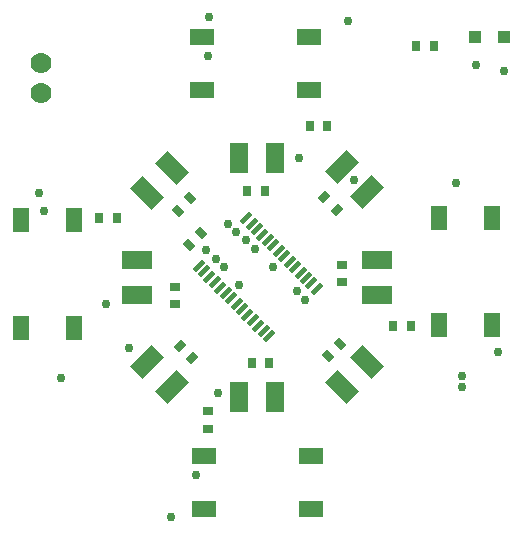
<source format=gts>
G04*
G04 #@! TF.GenerationSoftware,Altium Limited,Altium Designer,18.1.9 (240)*
G04*
G04 Layer_Color=33789*
%FSLAX24Y24*%
%MOIN*%
G70*
G01*
G75*
G04:AMPARAMS|DCode=21|XSize=27mil|YSize=35mil|CornerRadius=0mil|HoleSize=0mil|Usage=FLASHONLY|Rotation=225.000|XOffset=0mil|YOffset=0mil|HoleType=Round|Shape=Rectangle|*
%AMROTATEDRECTD21*
4,1,4,-0.0028,0.0219,0.0219,-0.0028,0.0028,-0.0219,-0.0219,0.0028,-0.0028,0.0219,0.0*
%
%ADD21ROTATEDRECTD21*%

%ADD22R,0.0270X0.0350*%
%ADD23R,0.0830X0.0550*%
G04:AMPARAMS|DCode=24|XSize=15.7mil|YSize=43.3mil|CornerRadius=0mil|HoleSize=0mil|Usage=FLASHONLY|Rotation=315.000|XOffset=0mil|YOffset=0mil|HoleType=Round|Shape=Rectangle|*
%AMROTATEDRECTD24*
4,1,4,-0.0209,-0.0097,0.0097,0.0209,0.0209,0.0097,-0.0097,-0.0209,-0.0209,-0.0097,0.0*
%
%ADD24ROTATEDRECTD24*%

%ADD25R,0.0550X0.0830*%
%ADD26R,0.0350X0.0270*%
G04:AMPARAMS|DCode=27|XSize=102mil|YSize=59mil|CornerRadius=0mil|HoleSize=0mil|Usage=FLASHONLY|Rotation=315.000|XOffset=0mil|YOffset=0mil|HoleType=Round|Shape=Rectangle|*
%AMROTATEDRECTD27*
4,1,4,-0.0569,0.0152,-0.0152,0.0569,0.0569,-0.0152,0.0152,-0.0569,-0.0569,0.0152,0.0*
%
%ADD27ROTATEDRECTD27*%

%ADD28R,0.1020X0.0590*%
G04:AMPARAMS|DCode=29|XSize=102mil|YSize=59mil|CornerRadius=0mil|HoleSize=0mil|Usage=FLASHONLY|Rotation=45.000|XOffset=0mil|YOffset=0mil|HoleType=Round|Shape=Rectangle|*
%AMROTATEDRECTD29*
4,1,4,-0.0152,-0.0569,-0.0569,-0.0152,0.0152,0.0569,0.0569,0.0152,-0.0152,-0.0569,0.0*
%
%ADD29ROTATEDRECTD29*%

G04:AMPARAMS|DCode=30|XSize=27mil|YSize=35mil|CornerRadius=0mil|HoleSize=0mil|Usage=FLASHONLY|Rotation=315.000|XOffset=0mil|YOffset=0mil|HoleType=Round|Shape=Rectangle|*
%AMROTATEDRECTD30*
4,1,4,-0.0219,-0.0028,0.0028,0.0219,0.0219,0.0028,-0.0028,-0.0219,-0.0219,-0.0028,0.0*
%
%ADD30ROTATEDRECTD30*%

%ADD31R,0.0590X0.1020*%
%ADD32R,0.0400X0.0400*%
%ADD33R,0.0400X0.0400*%
%ADD34C,0.0700*%
%ADD35C,0.0300*%
D21*
X-1890Y1350D02*
D03*
X-2300Y940D02*
D03*
X-2250Y2490D02*
D03*
X-2660Y2080D02*
D03*
X2335Y-2775D02*
D03*
X2745Y-2365D02*
D03*
D22*
X5290Y7560D02*
D03*
X5870Y7560D02*
D03*
X-5280Y1850D02*
D03*
X-4700Y1850D02*
D03*
X1740Y4910D02*
D03*
X2320Y4910D02*
D03*
X5100Y-1750D02*
D03*
X4520Y-1750D02*
D03*
X-190Y-2990D02*
D03*
X390Y-2990D02*
D03*
X240Y2730D02*
D03*
X-340Y2730D02*
D03*
D23*
X1730Y6115D02*
D03*
X-1850D02*
D03*
X1730Y7885D02*
D03*
X-1850D02*
D03*
X-1790Y-6105D02*
D03*
X1790D02*
D03*
X-1790Y-7875D02*
D03*
X1790D02*
D03*
D24*
X-1784Y64D02*
D03*
X-1603Y-117D02*
D03*
X-1422Y-298D02*
D03*
X-1241Y-479D02*
D03*
X-1060Y-660D02*
D03*
X-879Y-841D02*
D03*
X-698Y-1022D02*
D03*
X-517Y-1203D02*
D03*
X-336Y-1384D02*
D03*
X-155Y-1565D02*
D03*
X26Y-1746D02*
D03*
X207Y-1927D02*
D03*
X388Y-2108D02*
D03*
X-1965Y245D02*
D03*
X-378Y1832D02*
D03*
D03*
X-197Y1651D02*
D03*
X-16Y1470D02*
D03*
X165Y1289D02*
D03*
X346Y1108D02*
D03*
X527Y927D02*
D03*
X708Y746D02*
D03*
X889Y565D02*
D03*
X1070Y384D02*
D03*
X1251Y203D02*
D03*
X1432Y22D02*
D03*
X1613Y-159D02*
D03*
X1793Y-340D02*
D03*
X1974Y-521D02*
D03*
D25*
X6055Y-1740D02*
D03*
Y1840D02*
D03*
X7825Y-1740D02*
D03*
Y1840D02*
D03*
X-6125Y1760D02*
D03*
Y-1820D02*
D03*
X-7895Y1760D02*
D03*
Y-1820D02*
D03*
D26*
X-1640Y-5180D02*
D03*
X-1640Y-4600D02*
D03*
X-2760Y-1040D02*
D03*
X-2760Y-460D02*
D03*
X2830Y-300D02*
D03*
X2830Y280D02*
D03*
D27*
X-2860Y3520D02*
D03*
X-3694Y2686D02*
D03*
X2820Y-3800D02*
D03*
X3654Y-2966D02*
D03*
D28*
X-4020Y450D02*
D03*
Y-730D02*
D03*
X3980D02*
D03*
Y450D02*
D03*
D29*
X-3690Y-2970D02*
D03*
X-2856Y-3804D02*
D03*
X3640Y2700D02*
D03*
X2806Y3534D02*
D03*
D30*
X-2585Y-2415D02*
D03*
X-2175Y-2825D02*
D03*
X2640Y2120D02*
D03*
X2230Y2530D02*
D03*
D31*
X570Y3840D02*
D03*
X-610D02*
D03*
Y-4140D02*
D03*
X570D02*
D03*
D32*
X7260Y7860D02*
D03*
D33*
X8210Y7885D02*
D03*
D34*
X-7220Y6990D02*
D03*
Y5990D02*
D03*
D35*
X-990Y1640D02*
D03*
X-390Y1100D02*
D03*
X-1730Y780D02*
D03*
X-720Y1370D02*
D03*
X-70Y790D02*
D03*
X3230Y3100D02*
D03*
X1370Y3850D02*
D03*
X6610Y3020D02*
D03*
X-5060Y-1040D02*
D03*
X-6560Y-3480D02*
D03*
X-4290Y-2480D02*
D03*
X-1310Y-4000D02*
D03*
X-2050Y-6730D02*
D03*
X1310Y-610D02*
D03*
X-7120Y2080D02*
D03*
X-1620Y8530D02*
D03*
X6830Y-3420D02*
D03*
Y-3800D02*
D03*
X7295Y6925D02*
D03*
X8200Y6750D02*
D03*
X-1380Y468D02*
D03*
X-1660Y7240D02*
D03*
X-1120Y200D02*
D03*
X1583Y-880D02*
D03*
X527Y203D02*
D03*
X-630Y-400D02*
D03*
X-2900Y-8120D02*
D03*
X8020Y-2620D02*
D03*
X-7270Y2660D02*
D03*
X3030Y8400D02*
D03*
M02*

</source>
